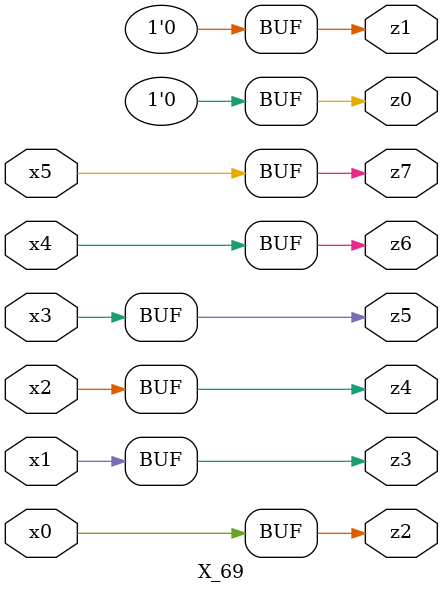
<source format=v>

module X_69 ( 
    x0, x1, x2, x3, x4, x5,
    z0, z1, z2, z3, z4, z5, z6, z7  );
  input  x0, x1, x2, x3, x4, x5;
  output z0, z1, z2, z3, z4, z5, z6, z7;
  assign z0 = 1'b0;
  assign z1 = 1'b0;
  assign z2 = x0;
  assign z3 = x1;
  assign z4 = x2;
  assign z5 = x3;
  assign z6 = x4;
  assign z7 = x5;
endmodule



</source>
